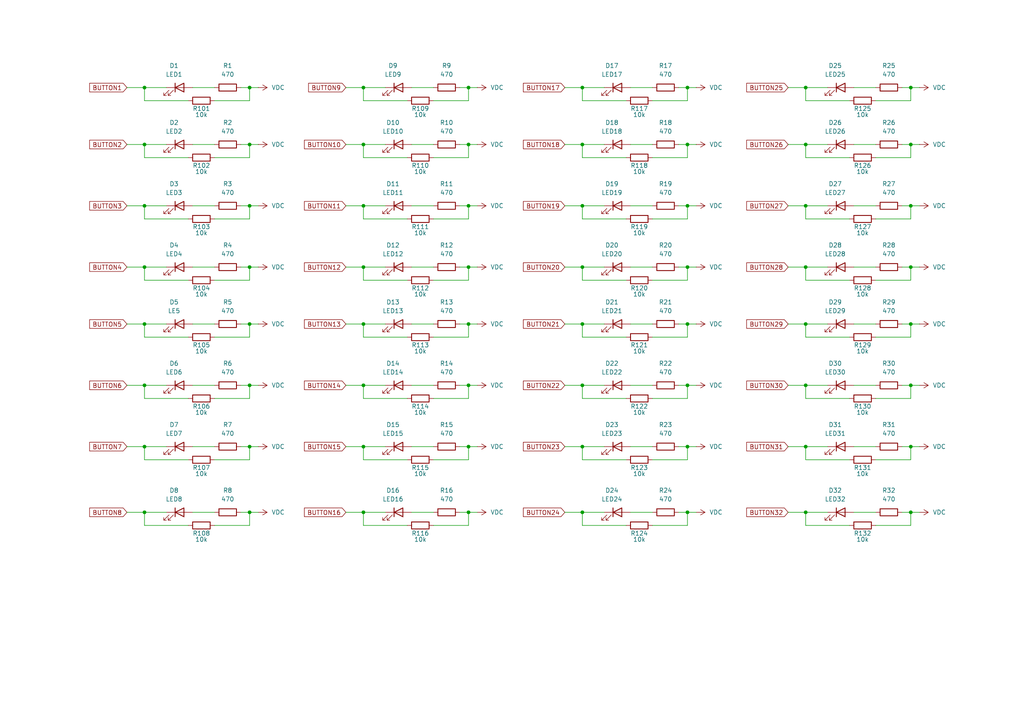
<source format=kicad_sch>
(kicad_sch (version 20250114) (generator "eeschema") (generator_version "9.0")
  (paper "A4")
  (junction (at 233.68 41.91))
  (junction (at 264.16 129.54))
  (junction (at 105.41 41.91))
  (junction (at 72.39 77.47))
  (junction (at 135.89 25.4))
  (junction (at 41.91 129.54))
  (junction (at 199.39 148.59))
  (junction (at 135.89 59.69))
  (junction (at 41.91 111.76))
  (junction (at 135.89 111.76))
  (junction (at 168.91 129.54))
  (junction (at 105.41 93.98))
  (junction (at 199.39 77.47))
  (junction (at 199.39 25.4))
  (junction (at 168.91 93.98))
  (junction (at 105.41 77.47))
  (junction (at 72.39 59.69))
  (junction (at 135.89 93.98))
  (junction (at 264.16 41.91))
  (junction (at 233.68 77.47))
  (junction (at 264.16 111.76))
  (junction (at 41.91 59.69))
  (junction (at 233.68 129.54))
  (junction (at 233.68 59.69))
  (junction (at 264.16 25.4))
  (junction (at 72.39 148.59))
  (junction (at 264.16 59.69))
  (junction (at 264.16 148.59))
  (junction (at 233.68 111.76))
  (junction (at 168.91 25.4))
  (junction (at 41.91 93.98))
  (junction (at 105.41 129.54))
  (junction (at 105.41 111.76))
  (junction (at 105.41 25.4))
  (junction (at 41.91 148.59))
  (junction (at 199.39 111.76))
  (junction (at 105.41 59.69))
  (junction (at 72.39 129.54))
  (junction (at 233.68 25.4))
  (junction (at 135.89 148.59))
  (junction (at 168.91 59.69))
  (junction (at 168.91 41.91))
  (junction (at 264.16 77.47))
  (junction (at 105.41 148.59))
  (junction (at 233.68 148.59))
  (junction (at 135.89 77.47))
  (junction (at 41.91 25.4))
  (junction (at 72.39 41.91))
  (junction (at 135.89 41.91))
  (junction (at 199.39 93.98))
  (junction (at 168.91 77.47))
  (junction (at 72.39 111.76))
  (junction (at 41.91 41.91))
  (junction (at 72.39 25.4))
  (junction (at 199.39 41.91))
  (junction (at 264.16 93.98))
  (junction (at 135.89 129.54))
  (junction (at 199.39 129.54))
  (junction (at 41.91 77.47))
  (junction (at 233.68 93.98))
  (junction (at 72.39 93.98))
  (junction (at 199.39 59.69))
  (junction (at 168.91 111.76))
  (junction (at 168.91 148.59))
  (wire (pts (xy 189.23 63.5) (xy 199.39 63.5)))
  (wire (pts (xy 254 81.28) (xy 264.16 81.28)))
  (wire (pts (xy 228.6 25.4) (xy 233.68 25.4)))
  (wire (pts (xy 254 45.72) (xy 264.16 45.72)))
  (wire (pts (xy 233.68 148.59) (xy 240.03 148.59)))
  (wire (pts (xy 264.16 63.5) (xy 264.16 59.69)))
  (wire (pts (xy 55.88 41.91) (xy 62.23 41.91)))
  (wire (pts (xy 181.61 97.79) (xy 168.91 97.79)))
  (wire (pts (xy 105.41 81.28) (xy 105.41 77.47)))
  (wire (pts (xy 135.89 63.5) (xy 135.89 59.69)))
  (wire (pts (xy 119.38 41.91) (xy 125.73 41.91)))
  (wire (pts (xy 100.33 148.59) (xy 105.41 148.59)))
  (wire (pts (xy 233.68 25.4) (xy 240.03 25.4)))
  (wire (pts (xy 199.39 115.57) (xy 199.39 111.76)))
  (wire (pts (xy 133.35 25.4) (xy 135.89 25.4)))
  (wire (pts (xy 254 29.21) (xy 264.16 29.21)))
  (wire (pts (xy 133.35 77.47) (xy 135.89 77.47)))
  (wire (pts (xy 199.39 93.98) (xy 201.93 93.98)))
  (wire (pts (xy 199.39 41.91) (xy 201.93 41.91)))
  (wire (pts (xy 168.91 152.4) (xy 168.91 148.59)))
  (wire (pts (xy 69.85 41.91) (xy 72.39 41.91)))
  (wire (pts (xy 118.11 81.28) (xy 105.41 81.28)))
  (wire (pts (xy 105.41 152.4) (xy 105.41 148.59)))
  (wire (pts (xy 69.85 93.98) (xy 72.39 93.98)))
  (wire (pts (xy 168.91 25.4) (xy 175.26 25.4)))
  (wire (pts (xy 105.41 111.76) (xy 111.76 111.76)))
  (wire (pts (xy 36.83 25.4) (xy 41.91 25.4)))
  (wire (pts (xy 168.91 45.72) (xy 168.91 41.91)))
  (wire (pts (xy 196.85 25.4) (xy 199.39 25.4)))
  (wire (pts (xy 125.73 45.72) (xy 135.89 45.72)))
  (wire (pts (xy 182.88 41.91) (xy 189.23 41.91)))
  (wire (pts (xy 199.39 81.28) (xy 199.39 77.47)))
  (wire (pts (xy 133.35 111.76) (xy 135.89 111.76)))
  (wire (pts (xy 228.6 77.47) (xy 233.68 77.47)))
  (wire (pts (xy 168.91 97.79) (xy 168.91 93.98)))
  (wire (pts (xy 199.39 59.69) (xy 201.93 59.69)))
  (wire (pts (xy 54.61 45.72) (xy 41.91 45.72)))
  (wire (pts (xy 118.11 63.5) (xy 105.41 63.5)))
  (wire (pts (xy 62.23 81.28) (xy 72.39 81.28)))
  (wire (pts (xy 246.38 133.35) (xy 233.68 133.35)))
  (wire (pts (xy 72.39 25.4) (xy 74.93 25.4)))
  (wire (pts (xy 199.39 45.72) (xy 199.39 41.91)))
  (wire (pts (xy 199.39 152.4) (xy 199.39 148.59)))
  (wire (pts (xy 233.68 63.5) (xy 233.68 59.69)))
  (wire (pts (xy 168.91 29.21) (xy 168.91 25.4)))
  (wire (pts (xy 228.6 111.76) (xy 233.68 111.76)))
  (wire (pts (xy 133.35 59.69) (xy 135.89 59.69)))
  (wire (pts (xy 72.39 115.57) (xy 72.39 111.76)))
  (wire (pts (xy 182.88 111.76) (xy 189.23 111.76)))
  (wire (pts (xy 196.85 93.98) (xy 199.39 93.98)))
  (wire (pts (xy 233.68 111.76) (xy 240.03 111.76)))
  (wire (pts (xy 246.38 115.57) (xy 233.68 115.57)))
  (wire (pts (xy 233.68 77.47) (xy 240.03 77.47)))
  (wire (pts (xy 72.39 59.69) (xy 74.93 59.69)))
  (wire (pts (xy 135.89 133.35) (xy 135.89 129.54)))
  (wire (pts (xy 261.62 93.98) (xy 264.16 93.98)))
  (wire (pts (xy 72.39 111.76) (xy 74.93 111.76)))
  (wire (pts (xy 246.38 29.21) (xy 233.68 29.21)))
  (wire (pts (xy 36.83 111.76) (xy 41.91 111.76)))
  (wire (pts (xy 55.88 111.76) (xy 62.23 111.76)))
  (wire (pts (xy 69.85 59.69) (xy 72.39 59.69)))
  (wire (pts (xy 125.73 97.79) (xy 135.89 97.79)))
  (wire (pts (xy 199.39 111.76) (xy 201.93 111.76)))
  (wire (pts (xy 62.23 29.21) (xy 72.39 29.21)))
  (wire (pts (xy 233.68 41.91) (xy 240.03 41.91)))
  (wire (pts (xy 72.39 45.72) (xy 72.39 41.91)))
  (wire (pts (xy 189.23 133.35) (xy 199.39 133.35)))
  (wire (pts (xy 246.38 97.79) (xy 233.68 97.79)))
  (wire (pts (xy 119.38 77.47) (xy 125.73 77.47)))
  (wire (pts (xy 36.83 77.47) (xy 41.91 77.47)))
  (wire (pts (xy 135.89 129.54) (xy 138.43 129.54)))
  (wire (pts (xy 135.89 59.69) (xy 138.43 59.69)))
  (wire (pts (xy 54.61 133.35) (xy 41.91 133.35)))
  (wire (pts (xy 168.91 115.57) (xy 168.91 111.76)))
  (wire (pts (xy 196.85 129.54) (xy 199.39 129.54)))
  (wire (pts (xy 247.65 129.54) (xy 254 129.54)))
  (wire (pts (xy 62.23 97.79) (xy 72.39 97.79)))
  (wire (pts (xy 72.39 129.54) (xy 74.93 129.54)))
  (wire (pts (xy 72.39 77.47) (xy 74.93 77.47)))
  (wire (pts (xy 72.39 152.4) (xy 72.39 148.59)))
  (wire (pts (xy 100.33 25.4) (xy 105.41 25.4)))
  (wire (pts (xy 62.23 152.4) (xy 72.39 152.4)))
  (wire (pts (xy 181.61 45.72) (xy 168.91 45.72)))
  (wire (pts (xy 247.65 93.98) (xy 254 93.98)))
  (wire (pts (xy 100.33 59.69) (xy 105.41 59.69)))
  (wire (pts (xy 168.91 93.98) (xy 175.26 93.98)))
  (wire (pts (xy 264.16 29.21) (xy 264.16 25.4)))
  (wire (pts (xy 163.83 129.54) (xy 168.91 129.54)))
  (wire (pts (xy 41.91 29.21) (xy 41.91 25.4)))
  (wire (pts (xy 100.33 93.98) (xy 105.41 93.98)))
  (wire (pts (xy 72.39 93.98) (xy 74.93 93.98)))
  (wire (pts (xy 199.39 29.21) (xy 199.39 25.4)))
  (wire (pts (xy 105.41 29.21) (xy 105.41 25.4)))
  (wire (pts (xy 264.16 152.4) (xy 264.16 148.59)))
  (wire (pts (xy 182.88 77.47) (xy 189.23 77.47)))
  (wire (pts (xy 264.16 59.69) (xy 266.7 59.69)))
  (wire (pts (xy 261.62 59.69) (xy 264.16 59.69)))
  (wire (pts (xy 199.39 133.35) (xy 199.39 129.54)))
  (wire (pts (xy 181.61 29.21) (xy 168.91 29.21)))
  (wire (pts (xy 105.41 77.47) (xy 111.76 77.47)))
  (wire (pts (xy 41.91 45.72) (xy 41.91 41.91)))
  (wire (pts (xy 72.39 41.91) (xy 74.93 41.91)))
  (wire (pts (xy 264.16 111.76) (xy 266.7 111.76)))
  (wire (pts (xy 118.11 133.35) (xy 105.41 133.35)))
  (wire (pts (xy 261.62 41.91) (xy 264.16 41.91)))
  (wire (pts (xy 133.35 129.54) (xy 135.89 129.54)))
  (wire (pts (xy 264.16 129.54) (xy 266.7 129.54)))
  (wire (pts (xy 118.11 97.79) (xy 105.41 97.79)))
  (wire (pts (xy 54.61 97.79) (xy 41.91 97.79)))
  (wire (pts (xy 41.91 41.91) (xy 48.26 41.91)))
  (wire (pts (xy 41.91 63.5) (xy 41.91 59.69)))
  (wire (pts (xy 247.65 77.47) (xy 254 77.47)))
  (wire (pts (xy 55.88 129.54) (xy 62.23 129.54)))
  (wire (pts (xy 105.41 41.91) (xy 111.76 41.91)))
  (wire (pts (xy 118.11 152.4) (xy 105.41 152.4)))
  (wire (pts (xy 233.68 152.4) (xy 233.68 148.59)))
  (wire (pts (xy 105.41 25.4) (xy 111.76 25.4)))
  (wire (pts (xy 72.39 97.79) (xy 72.39 93.98)))
  (wire (pts (xy 233.68 133.35) (xy 233.68 129.54)))
  (wire (pts (xy 182.88 59.69) (xy 189.23 59.69)))
  (wire (pts (xy 254 152.4) (xy 264.16 152.4)))
  (wire (pts (xy 125.73 81.28) (xy 135.89 81.28)))
  (wire (pts (xy 105.41 93.98) (xy 111.76 93.98)))
  (wire (pts (xy 264.16 77.47) (xy 266.7 77.47)))
  (wire (pts (xy 182.88 25.4) (xy 189.23 25.4)))
  (wire (pts (xy 41.91 59.69) (xy 48.26 59.69)))
  (wire (pts (xy 168.91 111.76) (xy 175.26 111.76)))
  (wire (pts (xy 196.85 77.47) (xy 199.39 77.47)))
  (wire (pts (xy 36.83 93.98) (xy 41.91 93.98)))
  (wire (pts (xy 168.91 129.54) (xy 175.26 129.54)))
  (wire (pts (xy 100.33 111.76) (xy 105.41 111.76)))
  (wire (pts (xy 163.83 148.59) (xy 168.91 148.59)))
  (wire (pts (xy 168.91 77.47) (xy 175.26 77.47)))
  (wire (pts (xy 125.73 152.4) (xy 135.89 152.4)))
  (wire (pts (xy 261.62 111.76) (xy 264.16 111.76)))
  (wire (pts (xy 163.83 41.91) (xy 168.91 41.91)))
  (wire (pts (xy 125.73 115.57) (xy 135.89 115.57)))
  (wire (pts (xy 246.38 152.4) (xy 233.68 152.4)))
  (wire (pts (xy 41.91 97.79) (xy 41.91 93.98)))
  (wire (pts (xy 69.85 111.76) (xy 72.39 111.76)))
  (wire (pts (xy 233.68 129.54) (xy 240.03 129.54)))
  (wire (pts (xy 182.88 93.98) (xy 189.23 93.98)))
  (wire (pts (xy 41.91 152.4) (xy 41.91 148.59)))
  (wire (pts (xy 105.41 129.54) (xy 111.76 129.54)))
  (wire (pts (xy 105.41 45.72) (xy 105.41 41.91)))
  (wire (pts (xy 105.41 97.79) (xy 105.41 93.98)))
  (wire (pts (xy 233.68 93.98) (xy 240.03 93.98)))
  (wire (pts (xy 168.91 59.69) (xy 175.26 59.69)))
  (wire (pts (xy 62.23 133.35) (xy 72.39 133.35)))
  (wire (pts (xy 105.41 148.59) (xy 111.76 148.59)))
  (wire (pts (xy 247.65 59.69) (xy 254 59.69)))
  (wire (pts (xy 228.6 59.69) (xy 233.68 59.69)))
  (wire (pts (xy 36.83 148.59) (xy 41.91 148.59)))
  (wire (pts (xy 181.61 81.28) (xy 168.91 81.28)))
  (wire (pts (xy 55.88 93.98) (xy 62.23 93.98)))
  (wire (pts (xy 125.73 133.35) (xy 135.89 133.35)))
  (wire (pts (xy 69.85 77.47) (xy 72.39 77.47)))
  (wire (pts (xy 163.83 25.4) (xy 168.91 25.4)))
  (wire (pts (xy 233.68 29.21) (xy 233.68 25.4)))
  (wire (pts (xy 168.91 41.91) (xy 175.26 41.91)))
  (wire (pts (xy 125.73 29.21) (xy 135.89 29.21)))
  (wire (pts (xy 264.16 148.59) (xy 266.7 148.59)))
  (wire (pts (xy 254 63.5) (xy 264.16 63.5)))
  (wire (pts (xy 100.33 77.47) (xy 105.41 77.47)))
  (wire (pts (xy 254 133.35) (xy 264.16 133.35)))
  (wire (pts (xy 196.85 148.59) (xy 199.39 148.59)))
  (wire (pts (xy 118.11 29.21) (xy 105.41 29.21)))
  (wire (pts (xy 54.61 63.5) (xy 41.91 63.5)))
  (wire (pts (xy 181.61 152.4) (xy 168.91 152.4)))
  (wire (pts (xy 189.23 115.57) (xy 199.39 115.57)))
  (wire (pts (xy 199.39 25.4) (xy 201.93 25.4)))
  (wire (pts (xy 182.88 129.54) (xy 189.23 129.54)))
  (wire (pts (xy 199.39 97.79) (xy 199.39 93.98)))
  (wire (pts (xy 228.6 41.91) (xy 233.68 41.91)))
  (wire (pts (xy 72.39 63.5) (xy 72.39 59.69)))
  (wire (pts (xy 62.23 45.72) (xy 72.39 45.72)))
  (wire (pts (xy 264.16 25.4) (xy 266.7 25.4)))
  (wire (pts (xy 261.62 129.54) (xy 264.16 129.54)))
  (wire (pts (xy 233.68 81.28) (xy 233.68 77.47)))
  (wire (pts (xy 189.23 81.28) (xy 199.39 81.28)))
  (wire (pts (xy 135.89 81.28) (xy 135.89 77.47)))
  (wire (pts (xy 135.89 45.72) (xy 135.89 41.91)))
  (wire (pts (xy 135.89 77.47) (xy 138.43 77.47)))
  (wire (pts (xy 72.39 133.35) (xy 72.39 129.54)))
  (wire (pts (xy 181.61 63.5) (xy 168.91 63.5)))
  (wire (pts (xy 133.35 93.98) (xy 135.89 93.98)))
  (wire (pts (xy 100.33 41.91) (xy 105.41 41.91)))
  (wire (pts (xy 182.88 148.59) (xy 189.23 148.59)))
  (wire (pts (xy 135.89 29.21) (xy 135.89 25.4)))
  (wire (pts (xy 41.91 81.28) (xy 41.91 77.47)))
  (wire (pts (xy 264.16 81.28) (xy 264.16 77.47)))
  (wire (pts (xy 196.85 59.69) (xy 199.39 59.69)))
  (wire (pts (xy 41.91 111.76) (xy 48.26 111.76)))
  (wire (pts (xy 261.62 148.59) (xy 264.16 148.59)))
  (wire (pts (xy 228.6 129.54) (xy 233.68 129.54)))
  (wire (pts (xy 264.16 133.35) (xy 264.16 129.54)))
  (wire (pts (xy 247.65 41.91) (xy 254 41.91)))
  (wire (pts (xy 119.38 148.59) (xy 125.73 148.59)))
  (wire (pts (xy 69.85 25.4) (xy 72.39 25.4)))
  (wire (pts (xy 163.83 59.69) (xy 168.91 59.69)))
  (wire (pts (xy 135.89 25.4) (xy 138.43 25.4)))
  (wire (pts (xy 72.39 29.21) (xy 72.39 25.4)))
  (wire (pts (xy 133.35 41.91) (xy 135.89 41.91)))
  (wire (pts (xy 36.83 129.54) (xy 41.91 129.54)))
  (wire (pts (xy 189.23 152.4) (xy 199.39 152.4)))
  (wire (pts (xy 54.61 29.21) (xy 41.91 29.21)))
  (wire (pts (xy 119.38 129.54) (xy 125.73 129.54)))
  (wire (pts (xy 196.85 111.76) (xy 199.39 111.76)))
  (wire (pts (xy 246.38 63.5) (xy 233.68 63.5)))
  (wire (pts (xy 62.23 63.5) (xy 72.39 63.5)))
  (wire (pts (xy 72.39 148.59) (xy 74.93 148.59)))
  (wire (pts (xy 36.83 59.69) (xy 41.91 59.69)))
  (wire (pts (xy 41.91 93.98) (xy 48.26 93.98)))
  (wire (pts (xy 254 97.79) (xy 264.16 97.79)))
  (wire (pts (xy 135.89 115.57) (xy 135.89 111.76)))
  (wire (pts (xy 228.6 93.98) (xy 233.68 93.98)))
  (wire (pts (xy 55.88 148.59) (xy 62.23 148.59)))
  (wire (pts (xy 125.73 63.5) (xy 135.89 63.5)))
  (wire (pts (xy 199.39 63.5) (xy 199.39 59.69)))
  (wire (pts (xy 189.23 29.21) (xy 199.39 29.21)))
  (wire (pts (xy 135.89 93.98) (xy 138.43 93.98)))
  (wire (pts (xy 199.39 129.54) (xy 201.93 129.54)))
  (wire (pts (xy 41.91 25.4) (xy 48.26 25.4)))
  (wire (pts (xy 264.16 45.72) (xy 264.16 41.91)))
  (wire (pts (xy 55.88 59.69) (xy 62.23 59.69)))
  (wire (pts (xy 55.88 25.4) (xy 62.23 25.4)))
  (wire (pts (xy 261.62 25.4) (xy 264.16 25.4)))
  (wire (pts (xy 247.65 25.4) (xy 254 25.4)))
  (wire (pts (xy 254 115.57) (xy 264.16 115.57)))
  (wire (pts (xy 100.33 129.54) (xy 105.41 129.54)))
  (wire (pts (xy 181.61 133.35) (xy 168.91 133.35)))
  (wire (pts (xy 168.91 133.35) (xy 168.91 129.54)))
  (wire (pts (xy 41.91 115.57) (xy 41.91 111.76)))
  (wire (pts (xy 135.89 152.4) (xy 135.89 148.59)))
  (wire (pts (xy 247.65 148.59) (xy 254 148.59)))
  (wire (pts (xy 36.83 41.91) (xy 41.91 41.91)))
  (wire (pts (xy 163.83 77.47) (xy 168.91 77.47)))
  (wire (pts (xy 105.41 133.35) (xy 105.41 129.54)))
  (wire (pts (xy 264.16 97.79) (xy 264.16 93.98)))
  (wire (pts (xy 264.16 115.57) (xy 264.16 111.76)))
  (wire (pts (xy 118.11 45.72) (xy 105.41 45.72)))
  (wire (pts (xy 55.88 77.47) (xy 62.23 77.47)))
  (wire (pts (xy 196.85 41.91) (xy 199.39 41.91)))
  (wire (pts (xy 163.83 93.98) (xy 168.91 93.98)))
  (wire (pts (xy 54.61 152.4) (xy 41.91 152.4)))
  (wire (pts (xy 135.89 41.91) (xy 138.43 41.91)))
  (wire (pts (xy 119.38 111.76) (xy 125.73 111.76)))
  (wire (pts (xy 41.91 148.59) (xy 48.26 148.59)))
  (wire (pts (xy 233.68 97.79) (xy 233.68 93.98)))
  (wire (pts (xy 119.38 25.4) (xy 125.73 25.4)))
  (wire (pts (xy 41.91 129.54) (xy 48.26 129.54)))
  (wire (pts (xy 135.89 111.76) (xy 138.43 111.76)))
  (wire (pts (xy 135.89 148.59) (xy 138.43 148.59)))
  (wire (pts (xy 199.39 77.47) (xy 201.93 77.47)))
  (wire (pts (xy 168.91 63.5) (xy 168.91 59.69)))
  (wire (pts (xy 105.41 63.5) (xy 105.41 59.69)))
  (wire (pts (xy 246.38 81.28) (xy 233.68 81.28)))
  (wire (pts (xy 54.61 81.28) (xy 41.91 81.28)))
  (wire (pts (xy 181.61 115.57) (xy 168.91 115.57)))
  (wire (pts (xy 69.85 129.54) (xy 72.39 129.54)))
  (wire (pts (xy 264.16 41.91) (xy 266.7 41.91)))
  (wire (pts (xy 119.38 59.69) (xy 125.73 59.69)))
  (wire (pts (xy 62.23 115.57) (xy 72.39 115.57)))
  (wire (pts (xy 41.91 77.47) (xy 48.26 77.47)))
  (wire (pts (xy 72.39 81.28) (xy 72.39 77.47)))
  (wire (pts (xy 163.83 111.76) (xy 168.91 111.76)))
  (wire (pts (xy 199.39 148.59) (xy 201.93 148.59)))
  (wire (pts (xy 41.91 133.35) (xy 41.91 129.54)))
  (wire (pts (xy 264.16 93.98) (xy 266.7 93.98)))
  (wire (pts (xy 233.68 45.72) (xy 233.68 41.91)))
  (wire (pts (xy 133.35 148.59) (xy 135.89 148.59)))
  (wire (pts (xy 135.89 97.79) (xy 135.89 93.98)))
  (wire (pts (xy 168.91 81.28) (xy 168.91 77.47)))
  (wire (pts (xy 119.38 93.98) (xy 125.73 93.98)))
  (wire (pts (xy 189.23 97.79) (xy 199.39 97.79)))
  (wire (pts (xy 168.91 148.59) (xy 175.26 148.59)))
  (wire (pts (xy 118.11 115.57) (xy 105.41 115.57)))
  (wire (pts (xy 261.62 77.47) (xy 264.16 77.47)))
  (wire (pts (xy 189.23 45.72) (xy 199.39 45.72)))
  (wire (pts (xy 233.68 115.57) (xy 233.68 111.76)))
  (wire (pts (xy 247.65 111.76) (xy 254 111.76)))
  (wire (pts (xy 228.6 148.59) (xy 233.68 148.59)))
  (wire (pts (xy 69.85 148.59) (xy 72.39 148.59)))
  (wire (pts (xy 246.38 45.72) (xy 233.68 45.72)))
  (wire (pts (xy 105.41 115.57) (xy 105.41 111.76)))
  (wire (pts (xy 233.68 59.69) (xy 240.03 59.69)))
  (wire (pts (xy 105.41 59.69) (xy 111.76 59.69)))
  (wire (pts (xy 54.61 115.57) (xy 41.91 115.57)))
  (global_label "BUTTON16" (shape input) (at 100.33 148.59 180) (property "Intersheetrefs" "${INTERSHEET_REFS}" (effects (hide yes))))
  (global_label "BUTTON32" (shape input) (at 228.6 148.59 180) (property "Intersheetrefs" "${INTERSHEET_REFS}" (effects (hide yes))))
  (global_label "BUTTON19" (shape input) (at 163.83 59.69 180) (property "Intersheetrefs" "${INTERSHEET_REFS}" (effects (hide yes))))
  (global_label "BUTTON2" (shape input) (at 36.83 41.91 180) (property "Intersheetrefs" "${INTERSHEET_REFS}" (effects (hide yes))))
  (global_label "BUTTON9" (shape input) (at 100.33 25.4 180) (property "Intersheetrefs" "${INTERSHEET_REFS}" (effects (hide yes))))
  (global_label "BUTTON18" (shape input) (at 163.83 41.91 180) (property "Intersheetrefs" "${INTERSHEET_REFS}" (effects (hide yes))))
  (global_label "BUTTON6" (shape input) (at 36.83 111.76 180) (property "Intersheetrefs" "${INTERSHEET_REFS}" (effects (hide yes))))
  (global_label "BUTTON4" (shape input) (at 36.83 77.47 180) (property "Intersheetrefs" "${INTERSHEET_REFS}" (effects (hide yes))))
  (global_label "BUTTON1" (shape input) (at 36.83 25.4 180) (property "Intersheetrefs" "${INTERSHEET_REFS}" (effects (hide yes))))
  (global_label "BUTTON17" (shape input) (at 163.83 25.4 180) (property "Intersheetrefs" "${INTERSHEET_REFS}" (effects (hide yes))))
  (global_label "BUTTON21" (shape input) (at 163.83 93.98 180) (property "Intersheetrefs" "${INTERSHEET_REFS}" (effects (hide yes))))
  (global_label "BUTTON24" (shape input) (at 163.83 148.59 180) (property "Intersheetrefs" "${INTERSHEET_REFS}" (effects (hide yes))))
  (global_label "BUTTON3" (shape input) (at 36.83 59.69 180) (property "Intersheetrefs" "${INTERSHEET_REFS}" (effects (hide yes))))
  (global_label "BUTTON29" (shape input) (at 228.6 93.98 180) (property "Intersheetrefs" "${INTERSHEET_REFS}" (effects (hide yes))))
  (global_label "BUTTON14" (shape input) (at 100.33 111.76 180) (property "Intersheetrefs" "${INTERSHEET_REFS}" (effects (hide yes))))
  (global_label "BUTTON31" (shape input) (at 228.6 129.54 180) (property "Intersheetrefs" "${INTERSHEET_REFS}" (effects (hide yes))))
  (global_label "BUTTON5" (shape input) (at 36.83 93.98 180) (property "Intersheetrefs" "${INTERSHEET_REFS}" (effects (hide yes))))
  (global_label "BUTTON11" (shape input) (at 100.33 59.69 180) (property "Intersheetrefs" "${INTERSHEET_REFS}" (effects (hide yes))))
  (global_label "BUTTON30" (shape input) (at 228.6 111.76 180) (property "Intersheetrefs" "${INTERSHEET_REFS}" (effects (hide yes))))
  (global_label "BUTTON27" (shape input) (at 228.6 59.69 180) (property "Intersheetrefs" "${INTERSHEET_REFS}" (effects (hide yes))))
  (global_label "BUTTON22" (shape input) (at 163.83 111.76 180) (property "Intersheetrefs" "${INTERSHEET_REFS}" (effects (hide yes))))
  (global_label "BUTTON12" (shape input) (at 100.33 77.47 180) (property "Intersheetrefs" "${INTERSHEET_REFS}" (effects (hide yes))))
  (global_label "BUTTON20" (shape input) (at 163.83 77.47 180) (property "Intersheetrefs" "${INTERSHEET_REFS}" (effects (hide yes))))
  (global_label "BUTTON25" (shape input) (at 228.6 25.4 180) (property "Intersheetrefs" "${INTERSHEET_REFS}" (effects (hide yes))))
  (global_label "BUTTON23" (shape input) (at 163.83 129.54 180) (property "Intersheetrefs" "${INTERSHEET_REFS}" (effects (hide yes))))
  (global_label "BUTTON10" (shape input) (at 100.33 41.91 180) (property "Intersheetrefs" "${INTERSHEET_REFS}" (effects (hide yes))))
  (global_label "BUTTON7" (shape input) (at 36.83 129.54 180) (property "Intersheetrefs" "${INTERSHEET_REFS}" (effects (hide yes))))
  (global_label "BUTTON26" (shape input) (at 228.6 41.91 180) (property "Intersheetrefs" "${INTERSHEET_REFS}" (effects (hide yes))))
  (global_label "BUTTON28" (shape input) (at 228.6 77.47 180) (property "Intersheetrefs" "${INTERSHEET_REFS}" (effects (hide yes))))
  (global_label "BUTTON13" (shape input) (at 100.33 93.98 180) (property "Intersheetrefs" "${INTERSHEET_REFS}" (effects (hide yes))))
  (global_label "BUTTON8" (shape input) (at 36.83 148.59 180) (property "Intersheetrefs" "${INTERSHEET_REFS}" (effects (hide yes))))
  (global_label "BUTTON15" (shape input) (at 100.33 129.54 180) (property "Intersheetrefs" "${INTERSHEET_REFS}" (effects (hide yes))))
  (symbol (lib_id "power:VDC") (at 201.93 111.76 270) (unit 1)
    (property "Reference" "#PWR051" (effects (hide yes)))
    (property "Value" "VDC" (at 205.74 111.7599 90) (effects (justify left)))
    (property "Description" "Power symbol creates a global label with name \"VDC\"" (effects (hide yes)))
  )
  (symbol (lib_id "Device:LED") (at 52.07 59.69 0) (unit 1)
    (property "Reference" "D3" (at 50.4825 53.34 0))
    (property "Value" "LED3" (at 50.4825 55.88 0))
    (property "Footprint" "LED_SMD:LED_0402_1005Metric" (effects (hide yes)))
    (property "Description" "Light emitting diode" (effects (hide yes)))
    (property "LCSC" "C130722" (effects (hide yes)))
  )
  (symbol (lib_id "power:VDC") (at 74.93 148.59 270) (unit 1)
    (property "Reference" "#PWR037" (effects (hide yes)))
    (property "Value" "VDC" (at 78.74 148.5899 90) (effects (justify left)))
    (property "Description" "Power symbol creates a global label with name \"VDC\"" (effects (hide yes)))
  )
  (symbol (lib_id "Device:R") (at 121.92 63.5 90) (mirror x) (unit 1)
    (property "Reference" "R111" (at 121.92 65.786 90))
    (property "Value" "10k" (at 121.92 67.564 90))
    (property "Footprint" "Resistor_SMD:R_0402_1005Metric" (effects (hide yes)))
    (property "Description" "Resistor" (effects (hide yes)))
    (property "LCSC" "C25744" (effects (hide yes)))
  )
  (symbol (lib_id "power:VDC") (at 266.7 41.91 270) (unit 1)
    (property "Reference" "#PWR055" (effects (hide yes)))
    (property "Value" "VDC" (at 270.51 41.9099 90) (effects (justify left)))
    (property "Description" "Power symbol creates a global label with name \"VDC\"" (effects (hide yes)))
  )
  (symbol (lib_id "power:VDC") (at 201.93 93.98 270) (unit 1)
    (property "Reference" "#PWR050" (effects (hide yes)))
    (property "Value" "VDC" (at 205.74 93.9799 90) (effects (justify left)))
    (property "Description" "Power symbol creates a global label with name \"VDC\"" (effects (hide yes)))
  )
  (symbol (lib_id "Device:LED") (at 243.84 41.91 0) (unit 1)
    (property "Reference" "D26" (at 242.2525 35.56 0))
    (property "Value" "LED26" (at 242.2525 38.1 0))
    (property "Footprint" "LED_SMD:LED_0402_1005Metric" (effects (hide yes)))
    (property "Description" "Light emitting diode" (effects (hide yes)))
    (property "LCSC" "C130722" (effects (hide yes)))
  )
  (symbol (lib_id "Device:R") (at 185.42 115.57 90) (mirror x) (unit 1)
    (property "Reference" "R122" (at 185.42 117.856 90))
    (property "Value" "10k" (at 185.42 119.634 90))
    (property "Footprint" "Resistor_SMD:R_0402_1005Metric" (effects (hide yes)))
    (property "Description" "Resistor" (effects (hide yes)))
    (property "LCSC" "C25744" (effects (hide yes)))
  )
  (symbol (lib_id "Device:R") (at 185.42 81.28 90) (mirror x) (unit 1)
    (property "Reference" "R120" (at 185.42 83.566 90))
    (property "Value" "10k" (at 185.42 85.344 90))
    (property "Footprint" "Resistor_SMD:R_0402_1005Metric" (effects (hide yes)))
    (property "Description" "Resistor" (effects (hide yes)))
    (property "LCSC" "C25744" (effects (hide yes)))
  )
  (symbol (lib_id "Device:R") (at 193.04 77.47 90) (unit 1)
    (property "Reference" "R20" (at 193.04 71.12 90))
    (property "Value" "470" (at 193.04 73.66 90))
    (property "Footprint" "Resistor_SMD:R_0402_1005Metric" (effects (hide yes)))
    (property "Description" "Resistor" (effects (hide yes)))
    (property "LCSC" "C25117" (effects (hide yes)))
  )
  (symbol (lib_id "Device:R") (at 66.04 77.47 90) (unit 1)
    (property "Reference" "R4" (at 66.04 71.12 90))
    (property "Value" "470" (at 66.04 73.66 90))
    (property "Footprint" "Resistor_SMD:R_0402_1005Metric" (effects (hide yes)))
    (property "Description" "Resistor" (effects (hide yes)))
    (property "LCSC" "C25117" (effects (hide yes)))
  )
  (symbol (lib_id "Device:R") (at 250.19 29.21 90) (mirror x) (unit 1)
    (property "Reference" "R125" (at 250.19 31.496 90))
    (property "Value" "10k" (at 250.19 33.274 90))
    (property "Footprint" "Resistor_SMD:R_0402_1005Metric" (effects (hide yes)))
    (property "Description" "Resistor" (effects (hide yes)))
    (property "LCSC" "C25744" (effects (hide yes)))
  )
  (symbol (lib_id "power:VDC") (at 74.93 129.54 270) (unit 1)
    (property "Reference" "#PWR036" (effects (hide yes)))
    (property "Value" "VDC" (at 78.74 129.5399 90) (effects (justify left)))
    (property "Description" "Power symbol creates a global label with name \"VDC\"" (effects (hide yes)))
  )
  (symbol (lib_id "Device:LED") (at 52.07 77.47 0) (unit 1)
    (property "Reference" "D4" (at 50.4825 71.12 0))
    (property "Value" "LED4" (at 50.4825 73.66 0))
    (property "Footprint" "LED_SMD:LED_0402_1005Metric" (effects (hide yes)))
    (property "Description" "Light emitting diode" (effects (hide yes)))
    (property "LCSC" "C130722" (effects (hide yes)))
  )
  (symbol (lib_id "power:VDC") (at 138.43 111.76 270) (unit 1)
    (property "Reference" "#PWR043" (effects (hide yes)))
    (property "Value" "VDC" (at 142.24 111.7599 90) (effects (justify left)))
    (property "Description" "Power symbol creates a global label with name \"VDC\"" (effects (hide yes)))
  )
  (symbol (lib_id "Device:R") (at 185.42 133.35 90) (mirror x) (unit 1)
    (property "Reference" "R123" (at 185.42 135.636 90))
    (property "Value" "10k" (at 185.42 137.414 90))
    (property "Footprint" "Resistor_SMD:R_0402_1005Metric" (effects (hide yes)))
    (property "Description" "Resistor" (effects (hide yes)))
    (property "LCSC" "C25744" (effects (hide yes)))
  )
  (symbol (lib_id "Device:LED") (at 115.57 41.91 0) (unit 1)
    (property "Reference" "D10" (at 113.9825 35.56 0))
    (property "Value" "LED10" (at 113.9825 38.1 0))
    (property "Footprint" "LED_SMD:LED_0402_1005Metric" (effects (hide yes)))
    (property "Description" "Light emitting diode" (effects (hide yes)))
    (property "LCSC" "C130722" (effects (hide yes)))
  )
  (symbol (lib_id "Device:LED") (at 52.07 129.54 0) (unit 1)
    (property "Reference" "D7" (at 50.4825 123.19 0))
    (property "Value" "LED7" (at 50.4825 125.73 0))
    (property "Footprint" "LED_SMD:LED_0402_1005Metric" (effects (hide yes)))
    (property "Description" "Light emitting diode" (effects (hide yes)))
    (property "LCSC" "C130722" (effects (hide yes)))
  )
  (symbol (lib_id "Device:R") (at 129.54 77.47 90) (unit 1)
    (property "Reference" "R12" (at 129.54 71.12 90))
    (property "Value" "470" (at 129.54 73.66 90))
    (property "Footprint" "Resistor_SMD:R_0402_1005Metric" (effects (hide yes)))
    (property "Description" "Resistor" (effects (hide yes)))
    (property "LCSC" "C25117" (effects (hide yes)))
  )
  (symbol (lib_id "Device:R") (at 66.04 59.69 90) (unit 1)
    (property "Reference" "R3" (at 66.04 53.34 90))
    (property "Value" "470" (at 66.04 55.88 90))
    (property "Footprint" "Resistor_SMD:R_0402_1005Metric" (effects (hide yes)))
    (property "Description" "Resistor" (effects (hide yes)))
    (property "LCSC" "C25117" (effects (hide yes)))
  )
  (symbol (lib_id "Device:R") (at 129.54 148.59 90) (unit 1)
    (property "Reference" "R16" (at 129.54 142.24 90))
    (property "Value" "470" (at 129.54 144.78 90))
    (property "Footprint" "Resistor_SMD:R_0402_1005Metric" (effects (hide yes)))
    (property "Description" "Resistor" (effects (hide yes)))
    (property "LCSC" "C25117" (effects (hide yes)))
  )
  (symbol (lib_id "Device:R") (at 129.54 59.69 90) (unit 1)
    (property "Reference" "R11" (at 129.54 53.34 90))
    (property "Value" "470" (at 129.54 55.88 90))
    (property "Footprint" "Resistor_SMD:R_0402_1005Metric" (effects (hide yes)))
    (property "Description" "Resistor" (effects (hide yes)))
    (property "LCSC" "C25117" (effects (hide yes)))
  )
  (symbol (lib_id "power:VDC") (at 266.7 77.47 270) (unit 1)
    (property "Reference" "#PWR057" (effects (hide yes)))
    (property "Value" "VDC" (at 270.51 77.4699 90) (effects (justify left)))
    (property "Description" "Power symbol creates a global label with name \"VDC\"" (effects (hide yes)))
  )
  (symbol (lib_id "Device:R") (at 121.92 81.28 90) (mirror x) (unit 1)
    (property "Reference" "R112" (at 121.92 83.566 90))
    (property "Value" "10k" (at 121.92 85.344 90))
    (property "Footprint" "Resistor_SMD:R_0402_1005Metric" (effects (hide yes)))
    (property "Description" "Resistor" (effects (hide yes)))
    (property "LCSC" "C25744" (effects (hide yes)))
  )
  (symbol (lib_id "Device:LED") (at 52.07 41.91 0) (unit 1)
    (property "Reference" "D2" (at 50.4825 35.56 0))
    (property "Value" "LED2" (at 50.4825 38.1 0))
    (property "Footprint" "LED_SMD:LED_0402_1005Metric" (effects (hide yes)))
    (property "Description" "Light emitting diode" (effects (hide yes)))
    (property "LCSC" "C130722" (effects (hide yes)))
  )
  (symbol (lib_id "Device:LED") (at 115.57 129.54 0) (unit 1)
    (property "Reference" "D15" (at 113.9825 123.19 0))
    (property "Value" "LED15" (at 113.9825 125.73 0))
    (property "Footprint" "LED_SMD:LED_0402_1005Metric" (effects (hide yes)))
    (property "Description" "Light emitting diode" (effects (hide yes)))
    (property "LCSC" "C130722" (effects (hide yes)))
  )
  (symbol (lib_id "Device:R") (at 257.81 148.59 90) (unit 1)
    (property "Reference" "R32" (at 257.81 142.24 90))
    (property "Value" "470" (at 257.81 144.78 90))
    (property "Footprint" "Resistor_SMD:R_0402_1005Metric" (effects (hide yes)))
    (property "Description" "Resistor" (effects (hide yes)))
    (property "LCSC" "C25117" (effects (hide yes)))
  )
  (symbol (lib_id "Device:R") (at 58.42 63.5 90) (mirror x) (unit 1)
    (property "Reference" "R103" (at 58.42 65.786 90))
    (property "Value" "10k" (at 58.42 67.564 90))
    (property "Footprint" "Resistor_SMD:R_0402_1005Metric" (effects (hide yes)))
    (property "Description" "Resistor" (effects (hide yes)))
    (property "LCSC" "C25744" (effects (hide yes)))
  )
  (symbol (lib_id "Device:LED") (at 52.07 25.4 0) (unit 1)
    (property "Reference" "D1" (at 50.4825 19.05 0))
    (property "Value" "LED1" (at 50.4825 21.59 0))
    (property "Footprint" "LED_SMD:LED_0402_1005Metric" (effects (hide yes)))
    (property "Description" "Light emitting diode" (effects (hide yes)))
    (property "LCSC" "C130722" (effects (hide yes)))
  )
  (symbol (lib_id "Device:R") (at 58.42 97.79 90) (mirror x) (unit 1)
    (property "Reference" "R105" (at 58.42 100.076 90))
    (property "Value" "10k" (at 58.42 101.854 90))
    (property "Footprint" "Resistor_SMD:R_0402_1005Metric" (effects (hide yes)))
    (property "Description" "Resistor" (effects (hide yes)))
    (property "LCSC" "C25744" (effects (hide yes)))
  )
  (symbol (lib_id "Device:LED") (at 52.07 148.59 0) (unit 1)
    (property "Reference" "D8" (at 50.4825 142.24 0))
    (property "Value" "LED8" (at 50.4825 144.78 0))
    (property "Footprint" "LED_SMD:LED_0402_1005Metric" (effects (hide yes)))
    (property "Description" "Light emitting diode" (effects (hide yes)))
    (property "LCSC" "C130722" (effects (hide yes)))
  )
  (symbol (lib_id "power:VDC") (at 266.7 148.59 270) (unit 1)
    (property "Reference" "#PWR061" (effects (hide yes)))
    (property "Value" "VDC" (at 270.51 148.5899 90) (effects (justify left)))
    (property "Description" "Power symbol creates a global label with name \"VDC\"" (effects (hide yes)))
  )
  (symbol (lib_id "Device:LED") (at 52.07 111.76 0) (unit 1)
    (property "Reference" "D6" (at 50.4825 105.41 0))
    (property "Value" "LED6" (at 50.4825 107.95 0))
    (property "Footprint" "LED_SMD:LED_0402_1005Metric" (effects (hide yes)))
    (property "Description" "Light emitting diode" (effects (hide yes)))
    (property "LCSC" "C130722" (effects (hide yes)))
  )
  (symbol (lib_id "Device:LED") (at 115.57 93.98 0) (unit 1)
    (property "Reference" "D13" (at 113.9825 87.63 0))
    (property "Value" "LED13" (at 113.9825 90.17 0))
    (property "Footprint" "LED_SMD:LED_0402_1005Metric" (effects (hide yes)))
    (property "Description" "Light emitting diode" (effects (hide yes)))
    (property "LCSC" "C130722" (effects (hide yes)))
  )
  (symbol (lib_id "Device:R") (at 185.42 97.79 90) (mirror x) (unit 1)
    (property "Reference" "R121" (at 185.42 100.076 90))
    (property "Value" "10k" (at 185.42 101.854 90))
    (property "Footprint" "Resistor_SMD:R_0402_1005Metric" (effects (hide yes)))
    (property "Description" "Resistor" (effects (hide yes)))
    (property "LCSC" "C25744" (effects (hide yes)))
  )
  (symbol (lib_id "power:VDC") (at 138.43 129.54 270) (unit 1)
    (property "Reference" "#PWR044" (effects (hide yes)))
    (property "Value" "VDC" (at 142.24 129.5399 90) (effects (justify left)))
    (property "Description" "Power symbol creates a global label with name \"VDC\"" (effects (hide yes)))
  )
  (symbol (lib_id "power:VDC") (at 74.93 59.69 270) (unit 1)
    (property "Reference" "#PWR032" (effects (hide yes)))
    (property "Value" "VDC" (at 78.74 59.6899 90) (effects (justify left)))
    (property "Description" "Power symbol creates a global label with name \"VDC\"" (effects (hide yes)))
  )
  (symbol (lib_id "power:VDC") (at 266.7 25.4 270) (unit 1)
    (property "Reference" "#PWR054" (effects (hide yes)))
    (property "Value" "VDC" (at 270.51 25.3999 90) (effects (justify left)))
    (property "Description" "Power symbol creates a global label with name \"VDC\"" (effects (hide yes)))
  )
  (symbol (lib_id "Device:R") (at 121.92 45.72 90) (mirror x) (unit 1)
    (property "Reference" "R110" (at 121.92 48.006 90))
    (property "Value" "10k" (at 121.92 49.784 90))
    (property "Footprint" "Resistor_SMD:R_0402_1005Metric" (effects (hide yes)))
    (property "Description" "Resistor" (effects (hide yes)))
    (property "LCSC" "C25744" (effects (hide yes)))
  )
  (symbol (lib_id "Device:R") (at 58.42 115.57 90) (mirror x) (unit 1)
    (property "Reference" "R106" (at 58.42 117.856 90))
    (property "Value" "10k" (at 58.42 119.634 90))
    (property "Footprint" "Resistor_SMD:R_0402_1005Metric" (effects (hide yes)))
    (property "Description" "Resistor" (effects (hide yes)))
    (property "LCSC" "C25744" (effects (hide yes)))
  )
  (symbol (lib_id "Device:R") (at 129.54 41.91 90) (unit 1)
    (property "Reference" "R10" (at 129.54 35.56 90))
    (property "Value" "470" (at 129.54 38.1 90))
    (property "Footprint" "Resistor_SMD:R_0402_1005Metric" (effects (hide yes)))
    (property "Description" "Resistor" (effects (hide yes)))
    (property "LCSC" "C25117" (effects (hide yes)))
  )
  (symbol (lib_id "Device:LED") (at 243.84 25.4 0) (unit 1)
    (property "Reference" "D25" (at 242.2525 19.05 0))
    (property "Value" "LED25" (at 242.2525 21.59 0))
    (property "Footprint" "LED_SMD:LED_0402_1005Metric" (effects (hide yes)))
    (property "Description" "Light emitting diode" (effects (hide yes)))
    (property "LCSC" "C130722" (effects (hide yes)))
  )
  (symbol (lib_id "Device:LED") (at 115.57 77.47 0) (unit 1)
    (property "Reference" "D12" (at 113.9825 71.12 0))
    (property "Value" "LED12" (at 113.9825 73.66 0))
    (property "Footprint" "LED_SMD:LED_0402_1005Metric" (effects (hide yes)))
    (property "Description" "Light emitting diode" (effects (hide yes)))
    (property "LCSC" "C130722" (effects (hide yes)))
  )
  (symbol (lib_id "Device:R") (at 58.42 133.35 90) (mirror x) (unit 1)
    (property "Reference" "R107" (at 58.42 135.636 90))
    (property "Value" "10k" (at 58.42 137.414 90))
    (property "Footprint" "Resistor_SMD:R_0402_1005Metric" (effects (hide yes)))
    (property "Description" "Resistor" (effects (hide yes)))
    (property "LCSC" "C25744" (effects (hide yes)))
  )
  (symbol (lib_id "Device:LED") (at 243.84 59.69 0) (unit 1)
    (property "Reference" "D27" (at 242.2525 53.34 0))
    (property "Value" "LED27" (at 242.2525 55.88 0))
    (property "Footprint" "LED_SMD:LED_0402_1005Metric" (effects (hide yes)))
    (property "Description" "Light emitting diode" (effects (hide yes)))
    (property "LCSC" "C130722" (effects (hide yes)))
  )
  (symbol (lib_id "Device:R") (at 250.19 63.5 90) (mirror x) (unit 1)
    (property "Reference" "R127" (at 250.19 65.786 90))
    (property "Value" "10k" (at 250.19 67.564 90))
    (property "Footprint" "Resistor_SMD:R_0402_1005Metric" (effects (hide yes)))
    (property "Description" "Resistor" (effects (hide yes)))
    (property "LCSC" "C25744" (effects (hide yes)))
  )
  (symbol (lib_id "Device:R") (at 66.04 148.59 90) (unit 1)
    (property "Reference" "R8" (at 66.04 142.24 90))
    (property "Value" "470" (at 66.04 144.78 90))
    (property "Footprint" "Resistor_SMD:R_0402_1005Metric" (effects (hide yes)))
    (property "Description" "Resistor" (effects (hide yes)))
    (property "LCSC" "C25117" (effects (hide yes)))
  )
  (symbol (lib_id "Device:R") (at 193.04 148.59 90) (unit 1)
    (property "Reference" "R24" (at 193.04 142.24 90))
    (property "Value" "470" (at 193.04 144.78 90))
    (property "Footprint" "Resistor_SMD:R_0402_1005Metric" (effects (hide yes)))
    (property "Description" "Resistor" (effects (hide yes)))
    (property "LCSC" "C25117" (effects (hide yes)))
  )
  (symbol (lib_id "Device:R") (at 257.81 93.98 90) (unit 1)
    (property "Reference" "R29" (at 257.81 87.63 90))
    (property "Value" "470" (at 257.81 90.17 90))
    (property "Footprint" "Resistor_SMD:R_0402_1005Metric" (effects (hide yes)))
    (property "Description" "Resistor" (effects (hide yes)))
    (property "LCSC" "C25117" (effects (hide yes)))
  )
  (symbol (lib_id "Device:R") (at 250.19 133.35 90) (mirror x) (unit 1)
    (property "Reference" "R131" (at 250.19 135.636 90))
    (property "Value" "10k" (at 250.19 137.414 90))
    (property "Footprint" "Resistor_SMD:R_0402_1005Metric" (effects (hide yes)))
    (property "Description" "Resistor" (effects (hide yes)))
    (property "LCSC" "C25744" (effects (hide yes)))
  )
  (symbol (lib_id "Device:R") (at 58.42 81.28 90) (mirror x) (unit 1)
    (property "Reference" "R104" (at 58.42 83.566 90))
    (property "Value" "10k" (at 58.42 85.344 90))
    (property "Footprint" "Resistor_SMD:R_0402_1005Metric" (effects (hide yes)))
    (property "Description" "Resistor" (effects (hide yes)))
    (property "LCSC" "C25744" (effects (hide yes)))
  )
  (symbol (lib_id "power:VDC") (at 201.93 148.59 270) (unit 1)
    (property "Reference" "#PWR053" (effects (hide yes)))
    (property "Value" "VDC" (at 205.74 148.5899 90) (effects (justify left)))
    (property "Description" "Power symbol creates a global label with name \"VDC\"" (effects (hide yes)))
  )
  (symbol (lib_id "power:VDC") (at 266.7 129.54 270) (unit 1)
    (property "Reference" "#PWR060" (effects (hide yes)))
    (property "Value" "VDC" (at 270.51 129.5399 90) (effects (justify left)))
    (property "Description" "Power symbol creates a global label with name \"VDC\"" (effects (hide yes)))
  )
  (symbol (lib_id "Device:R") (at 66.04 129.54 90) (unit 1)
    (property "Reference" "R7" (at 66.04 123.19 90))
    (property "Value" "470" (at 66.04 125.73 90))
    (property "Footprint" "Resistor_SMD:R_0402_1005Metric" (effects (hide yes)))
    (property "Description" "Resistor" (effects (hide yes)))
    (property "LCSC" "C25117" (effects (hide yes)))
  )
  (symbol (lib_id "Device:R") (at 257.81 77.47 90) (unit 1)
    (property "Reference" "R28" (at 257.81 71.12 90))
    (property "Value" "470" (at 257.81 73.66 90))
    (property "Footprint" "Resistor_SMD:R_0402_1005Metric" (effects (hide yes)))
    (property "Description" "Resistor" (effects (hide yes)))
    (property "LCSC" "C25117" (effects (hide yes)))
  )
  (symbol (lib_id "Device:LED") (at 179.07 93.98 0) (unit 1)
    (property "Reference" "D21" (at 177.4825 87.63 0))
    (property "Value" "LED21" (at 177.4825 90.17 0))
    (property "Footprint" "LED_SMD:LED_0402_1005Metric" (effects (hide yes)))
    (property "Description" "Light emitting diode" (effects (hide yes)))
    (property "LCSC" "C130722" (effects (hide yes)))
  )
  (symbol (lib_id "Device:R") (at 66.04 111.76 90) (unit 1)
    (property "Reference" "R6" (at 66.04 105.41 90))
    (property "Value" "470" (at 66.04 107.95 90))
    (property "Footprint" "Resistor_SMD:R_0402_1005Metric" (effects (hide yes)))
    (property "Description" "Resistor" (effects (hide yes)))
    (property "LCSC" "C25117" (effects (hide yes)))
  )
  (symbol (lib_id "power:VDC") (at 74.93 41.91 270) (unit 1)
    (property "Reference" "#PWR031" (effects (hide yes)))
    (property "Value" "VDC" (at 78.74 41.9099 90) (effects (justify left)))
    (property "Description" "Power symbol creates a global label with name \"VDC\"" (effects (hide yes)))
  )
  (symbol (lib_id "Device:R") (at 250.19 45.72 90) (mirror x) (unit 1)
    (property "Reference" "R126" (at 250.19 48.006 90))
    (property "Value" "10k" (at 250.19 49.784 90))
    (property "Footprint" "Resistor_SMD:R_0402_1005Metric" (effects (hide yes)))
    (property "Description" "Resistor" (effects (hide yes)))
    (property "LCSC" "C25744" (effects (hide yes)))
  )
  (symbol (lib_id "Device:R") (at 185.42 63.5 90) (mirror x) (unit 1)
    (property "Reference" "R119" (at 185.42 65.786 90))
    (property "Value" "10k" (at 185.42 67.564 90))
    (property "Footprint" "Resistor_SMD:R_0402_1005Metric" (effects (hide yes)))
    (property "Description" "Resistor" (effects (hide yes)))
    (property "LCSC" "C25744" (effects (hide yes)))
  )
  (symbol (lib_id "power:VDC") (at 201.93 25.4 270) (unit 1)
    (property "Reference" "#PWR046" (effects (hide yes)))
    (property "Value" "VDC" (at 205.74 25.3999 90) (effects (justify left)))
    (property "Description" "Power symbol creates a global label with name \"VDC\"" (effects (hide yes)))
  )
  (symbol (lib_id "power:VDC") (at 201.93 41.91 270) (unit 1)
    (property "Reference" "#PWR047" (effects (hide yes)))
    (property "Value" "VDC" (at 205.74 41.9099 90) (effects (justify left)))
    (property "Description" "Power symbol creates a global label with name \"VDC\"" (effects (hide yes)))
  )
  (symbol (lib_id "power:VDC") (at 138.43 93.98 270) (unit 1)
    (property "Reference" "#PWR042" (effects (hide yes)))
    (property "Value" "VDC" (at 142.24 93.9799 90) (effects (justify left)))
    (property "Description" "Power symbol creates a global label with name \"VDC\"" (effects (hide yes)))
  )
  (symbol (lib_id "power:VDC") (at 74.93 111.76 270) (unit 1)
    (property "Reference" "#PWR035" (effects (hide yes)))
    (property "Value" "VDC" (at 78.74 111.7599 90) (effects (justify left)))
    (property "Description" "Power symbol creates a global label with name \"VDC\"" (effects (hide yes)))
  )
  (symbol (lib_id "Device:R") (at 58.42 152.4 90) (mirror x) (unit 1)
    (property "Reference" "R108" (at 58.42 154.686 90))
    (property "Value" "10k" (at 58.42 156.464 90))
    (property "Footprint" "Resistor_SMD:R_0402_1005Metric" (effects (hide yes)))
    (property "Description" "Resistor" (effects (hide yes)))
    (property "LCSC" "C25744" (effects (hide yes)))
  )
  (symbol (lib_id "power:VDC") (at 74.93 77.47 270) (unit 1)
    (property "Reference" "#PWR033" (effects (hide yes)))
    (property "Value" "VDC" (at 78.74 77.4699 90) (effects (justify left)))
    (property "Description" "Power symbol creates a global label with name \"VDC\"" (effects (hide yes)))
  )
  (symbol (lib_id "Device:R") (at 58.42 29.21 90) (mirror x) (unit 1)
    (property "Reference" "R101" (at 58.42 31.496 90))
    (property "Value" "10k" (at 58.42 33.274 90))
    (property "Footprint" "Resistor_SMD:R_0402_1005Metric" (effects (hide yes)))
    (property "Description" "Resistor" (effects (hide yes)))
    (property "LCSC" "C25744" (effects (hide yes)))
  )
  (symbol (lib_id "Device:LED") (at 52.07 93.98 0) (unit 1)
    (property "Reference" "D5" (at 50.4825 87.63 0))
    (property "Value" "LE5" (at 50.4825 90.17 0))
    (property "Footprint" "LED_SMD:LED_0402_1005Metric" (effects (hide yes)))
    (property "Description" "Light emitting diode" (effects (hide yes)))
    (property "LCSC" "C130722" (effects (hide yes)))
  )
  (symbol (lib_id "power:VDC") (at 138.43 148.59 270) (unit 1)
    (property "Reference" "#PWR045" (effects (hide yes)))
    (property "Value" "VDC" (at 142.24 148.5899 90) (effects (justify left)))
    (property "Description" "Power symbol creates a global label with name \"VDC\"" (effects (hide yes)))
  )
  (symbol (lib_id "Device:R") (at 257.81 111.76 90) (unit 1)
    (property "Reference" "R30" (at 257.81 105.41 90))
    (property "Value" "470" (at 257.81 107.95 90))
    (property "Footprint" "Resistor_SMD:R_0402_1005Metric" (effects (hide yes)))
    (property "Description" "Resistor" (effects (hide yes)))
    (property "LCSC" "C25117" (effects (hide yes)))
  )
  (symbol (lib_id "Device:LED") (at 179.07 59.69 0) (unit 1)
    (property "Reference" "D19" (at 177.4825 53.34 0))
    (property "Value" "LED19" (at 177.4825 55.88 0))
    (property "Footprint" "LED_SMD:LED_0402_1005Metric" (effects (hide yes)))
    (property "Description" "Light emitting diode" (effects (hide yes)))
    (property "LCSC" "C130722" (effects (hide yes)))
  )
  (symbol (lib_id "Device:R") (at 66.04 93.98 90) (unit 1)
    (property "Reference" "R5" (at 66.04 87.63 90))
    (property "Value" "470" (at 66.04 90.17 90))
    (property "Footprint" "Resistor_SMD:R_0402_1005Metric" (effects (hide yes)))
    (property "Description" "Resistor" (effects (hide yes)))
    (property "LCSC" "C25117" (effects (hide yes)))
  )
  (symbol (lib_id "Device:R") (at 193.04 111.76 90) (unit 1)
    (property "Reference" "R22" (at 193.04 105.41 90))
    (property "Value" "470" (at 193.04 107.95 90))
    (property "Footprint" "Resistor_SMD:R_0402_1005Metric" (effects (hide yes)))
    (property "Description" "Resistor" (effects (hide yes)))
    (property "LCSC" "C25117" (effects (hide yes)))
  )
  (symbol (lib_id "power:VDC") (at 266.7 59.69 270) (unit 1)
    (property "Reference" "#PWR056" (effects (hide yes)))
    (property "Value" "VDC" (at 270.51 59.6899 90) (effects (justify left)))
    (property "Description" "Power symbol creates a global label with name \"VDC\"" (effects (hide yes)))
  )
  (symbol (lib_id "Device:LED") (at 179.07 41.91 0) (unit 1)
    (property "Reference" "D18" (at 177.4825 35.56 0))
    (property "Value" "LED18" (at 177.4825 38.1 0))
    (property "Footprint" "LED_SMD:LED_0402_1005Metric" (effects (hide yes)))
    (property "Description" "Light emitting diode" (effects (hide yes)))
    (property "LCSC" "C130722" (effects (hide yes)))
  )
  (symbol (lib_id "Device:R") (at 66.04 41.91 90) (unit 1)
    (property "Reference" "R2" (at 66.04 35.56 90))
    (property "Value" "470" (at 66.04 38.1 90))
    (property "Footprint" "Resistor_SMD:R_0402_1005Metric" (effects (hide yes)))
    (property "Description" "Resistor" (effects (hide yes)))
    (property "LCSC" "C25117" (effects (hide yes)))
  )
  (symbol (lib_id "Device:R") (at 193.04 25.4 90) (unit 1)
    (property "Reference" "R17" (at 193.04 19.05 90))
    (property "Value" "470" (at 193.04 21.59 90))
    (property "Footprint" "Resistor_SMD:R_0402_1005Metric" (effects (hide yes)))
    (property "Description" "Resistor" (effects (hide yes)))
    (property "LCSC" "C25117" (effects (hide yes)))
  )
  (symbol (lib_id "power:VDC") (at 74.93 93.98 270) (unit 1)
    (property "Reference" "#PWR034" (effects (hide yes)))
    (property "Value" "VDC" (at 78.74 93.9799 90) (effects (justify left)))
    (property "Description" "Power symbol creates a global label with name \"VDC\"" (effects (hide yes)))
  )
  (symbol (lib_id "Device:LED") (at 179.07 25.4 0) (unit 1)
    (property "Reference" "D17" (at 177.4825 19.05 0))
    (property "Value" "LED17" (at 177.4825 21.59 0))
    (property "Footprint" "LED_SMD:LED_0402_1005Metric" (effects (hide yes)))
    (property "Description" "Light emitting diode" (effects (hide yes)))
    (property "LCSC" "C130722" (effects (hide yes)))
  )
  (symbol (lib_id "Device:LED") (at 115.57 111.76 0) (unit 1)
    (property "Reference" "D14" (at 113.9825 105.41 0))
    (property "Value" "LED14" (at 113.9825 107.95 0))
    (property "Footprint" "LED_SMD:LED_0402_1005Metric" (effects (hide yes)))
    (property "Description" "Light emitting diode" (effects (hide yes)))
    (property "LCSC" "C130722" (effects (hide yes)))
  )
  (symbol (lib_id "Device:R") (at 193.04 41.91 90) (unit 1)
    (property "Reference" "R18" (at 193.04 35.56 90))
    (property "Value" "470" (at 193.04 38.1 90))
    (property "Footprint" "Resistor_SMD:R_0402_1005Metric" (effects (hide yes)))
    (property "Description" "Resistor" (effects (hide yes)))
    (property "LCSC" "C25117" (effects (hide yes)))
  )
  (symbol (lib_id "power:VDC") (at 201.93 129.54 270) (unit 1)
    (property "Reference" "#PWR052" (effects (hide yes)))
    (property "Value" "VDC" (at 205.74 129.5399 90) (effects (justify left)))
    (property "Description" "Power symbol creates a global label with name \"VDC\"" (effects (hide yes)))
  )
  (symbol (lib_id "Device:R") (at 193.04 59.69 90) (unit 1)
    (property "Reference" "R19" (at 193.04 53.34 90))
    (property "Value" "470" (at 193.04 55.88 90))
    (property "Footprint" "Resistor_SMD:R_0402_1005Metric" (effects (hide yes)))
    (property "Description" "Resistor" (effects (hide yes)))
    (property "LCSC" "C25117" (effects (hide yes)))
  )
  (symbol (lib_id "power:VDC") (at 266.7 93.98 270) (unit 1)
    (property "Reference" "#PWR058" (effects (hide yes)))
    (property "Value" "VDC" (at 270.51 93.9799 90) (effects (justify left)))
    (property "Description" "Power symbol creates a global label with name \"VDC\"" (effects (hide yes)))
  )
  (symbol (lib_id "Device:R") (at 121.92 152.4 90) (mirror x) (unit 1)
    (property "Reference" "R116" (at 121.92 154.686 90))
    (property "Value" "10k" (at 121.92 156.464 90))
    (property "Footprint" "Resistor_SMD:R_0402_1005Metric" (effects (hide yes)))
    (property "Description" "Resistor" (effects (hide yes)))
    (property "LCSC" "C25744" (effects (hide yes)))
  )
  (symbol (lib_id "Device:LED") (at 243.84 129.54 0) (unit 1)
    (property "Reference" "D31" (at 242.2525 123.19 0))
    (property "Value" "LED31" (at 242.2525 125.73 0))
    (property "Footprint" "LED_SMD:LED_0402_1005Metric" (effects (hide yes)))
    (property "Description" "Light emitting diode" (effects (hide yes)))
    (property "LCSC" "C130722" (effects (hide yes)))
  )
  (symbol (lib_id "Device:R") (at 58.42 45.72 90) (mirror x) (unit 1)
    (property "Reference" "R102" (at 58.42 48.006 90))
    (property "Value" "10k" (at 58.42 49.784 90))
    (property "Footprint" "Resistor_SMD:R_0402_1005Metric" (effects (hide yes)))
    (property "Description" "Resistor" (effects (hide yes)))
    (property "LCSC" "C25744" (effects (hide yes)))
  )
  (symbol (lib_id "Device:R") (at 185.42 152.4 90) (mirror x) (unit 1)
    (property "Reference" "R124" (at 185.42 154.686 90))
    (property "Value" "10k" (at 185.42 156.464 90))
    (property "Footprint" "Resistor_SMD:R_0402_1005Metric" (effects (hide yes)))
    (property "Description" "Resistor" (effects (hide yes)))
    (property "LCSC" "C25744" (effects (hide yes)))
  )
  (symbol (lib_id "Device:LED") (at 243.84 148.59 0) (unit 1)
    (property "Reference" "D32" (at 242.2525 142.24 0))
    (property "Value" "LED32" (at 242.2525 144.78 0))
    (property "Footprint" "LED_SMD:LED_0402_1005Metric" (effects (hide yes)))
    (property "Description" "Light emitting diode" (effects (hide yes)))
    (property "LCSC" "C130722" (effects (hide yes)))
  )
  (symbol (lib_id "Device:R") (at 257.81 59.69 90) (unit 1)
    (property "Reference" "R27" (at 257.81 53.34 90))
    (property "Value" "470" (at 257.81 55.88 90))
    (property "Footprint" "Resistor_SMD:R_0402_1005Metric" (effects (hide yes)))
    (property "Description" "Resistor" (effects (hide yes)))
    (property "LCSC" "C25117" (effects (hide yes)))
  )
  (symbol (lib_id "Device:R") (at 121.92 97.79 90) (mirror x) (unit 1)
    (property "Reference" "R113" (at 121.92 100.076 90))
    (property "Value" "10k" (at 121.92 101.854 90))
    (property "Footprint" "Resistor_SMD:R_0402_1005Metric" (effects (hide yes)))
    (property "Description" "Resistor" (effects (hide yes)))
    (property "LCSC" "C25744" (effects (hide yes)))
  )
  (symbol (lib_id "Device:R") (at 250.19 97.79 90) (mirror x) (unit 1)
    (property "Reference" "R129" (at 250.19 100.076 90))
    (property "Value" "10k" (at 250.19 101.854 90))
    (property "Footprint" "Resistor_SMD:R_0402_1005Metric" (effects (hide yes)))
    (property "Description" "Resistor" (effects (hide yes)))
    (property "LCSC" "C25744" (effects (hide yes)))
  )
  (symbol (lib_id "power:VDC") (at 138.43 77.47 270) (unit 1)
    (property "Reference" "#PWR041" (effects (hide yes)))
    (property "Value" "VDC" (at 142.24 77.4699 90) (effects (justify left)))
    (property "Description" "Power symbol creates a global label with name \"VDC\"" (effects (hide yes)))
  )
  (symbol (lib_id "Device:LED") (at 115.57 59.69 0) (unit 1)
    (property "Reference" "D11" (at 113.9825 53.34 0))
    (property "Value" "LED11" (at 113.9825 55.88 0))
    (property "Footprint" "LED_SMD:LED_0402_1005Metric" (effects (hide yes)))
    (property "Description" "Light emitting diode" (effects (hide yes)))
    (property "LCSC" "C130722" (effects (hide yes)))
  )
  (symbol (lib_id "power:VDC") (at 266.7 111.76 270) (unit 1)
    (property "Reference" "#PWR059" (effects (hide yes)))
    (property "Value" "VDC" (at 270.51 111.7599 90) (effects (justify left)))
    (property "Description" "Power symbol creates a global label with name \"VDC\"" (effects (hide yes)))
  )
  (symbol (lib_id "Device:R") (at 250.19 115.57 90) (mirror x) (unit 1)
    (property "Reference" "R130" (at 250.19 117.856 90))
    (property "Value" "10k" (at 250.19 119.634 90))
    (property "Footprint" "Resistor_SMD:R_0402_1005Metric" (effects (hide yes)))
    (property "Description" "Resistor" (effects (hide yes)))
    (property "LCSC" "C25744" (effects (hide yes)))
  )
  (symbol (lib_id "Device:R") (at 129.54 93.98 90) (unit 1)
    (property "Reference" "R13" (at 129.54 87.63 90))
    (property "Value" "470" (at 129.54 90.17 90))
    (property "Footprint" "Resistor_SMD:R_0402_1005Metric" (effects (hide yes)))
    (property "Description" "Resistor" (effects (hide yes)))
    (property "LCSC" "C25117" (effects (hide yes)))
  )
  (symbol (lib_id "Device:R") (at 193.04 129.54 90) (unit 1)
    (property "Reference" "R23" (at 193.04 123.19 90))
    (property "Value" "470" (at 193.04 125.73 90))
    (property "Footprint" "Resistor_SMD:R_0402_1005Metric" (effects (hide yes)))
    (property "Description" "Resistor" (effects (hide yes)))
    (property "LCSC" "C25117" (effects (hide yes)))
  )
  (symbol (lib_id "Device:R") (at 121.92 29.21 90) (mirror x) (unit 1)
    (property "Reference" "R109" (at 121.92 31.496 90))
    (property "Value" "10k" (at 121.92 33.274 90))
    (property "Footprint" "Resistor_SMD:R_0402_1005Metric" (effects (hide yes)))
    (property "Description" "Resistor" (effects (hide yes)))
    (property "LCSC" "C25744" (effects (hide yes)))
  )
  (symbol (lib_id "Device:LED") (at 179.07 129.54 0) (unit 1)
    (property "Reference" "D23" (at 177.4825 123.19 0))
    (property "Value" "LED23" (at 177.4825 125.73 0))
    (property "Footprint" "LED_SMD:LED_0402_1005Metric" (effects (hide yes)))
    (property "Description" "Light emitting diode" (effects (hide yes)))
    (property "LCSC" "C130722" (effects (hide yes)))
  )
  (symbol (lib_id "Device:R") (at 66.04 25.4 90) (unit 1)
    (property "Reference" "R1" (at 66.04 19.05 90))
    (property "Value" "470" (at 66.04 21.59 90))
    (property "Footprint" "Resistor_SMD:R_0402_1005Metric" (effects (hide yes)))
    (property "Description" "Resistor" (effects (hide yes)))
    (property "LCSC" "C25117" (effects (hide yes)))
  )
  (symbol (lib_id "Device:R") (at 257.81 129.54 90) (unit 1)
    (property "Reference" "R31" (at 257.81 123.19 90))
    (property "Value" "470" (at 257.81 125.73 90))
    (property "Footprint" "Resistor_SMD:R_0402_1005Metric" (effects (hide yes)))
    (property "Description" "Resistor" (effects (hide yes)))
    (property "LCSC" "C25117" (effects (hide yes)))
  )
  (symbol (lib_id "Device:R") (at 129.54 129.54 90) (unit 1)
    (property "Reference" "R15" (at 129.54 123.19 90))
    (property "Value" "470" (at 129.54 125.73 90))
    (property "Footprint" "Resistor_SMD:R_0402_1005Metric" (effects (hide yes)))
    (property "Description" "Resistor" (effects (hide yes)))
    (property "LCSC" "C25117" (effects (hide yes)))
  )
  (symbol (lib_id "Device:R") (at 121.92 115.57 90) (mirror x) (unit 1)
    (property "Reference" "R114" (at 121.92 117.856 90))
    (property "Value" "10k" (at 121.92 119.634 90))
    (property "Footprint" "Resistor_SMD:R_0402_1005Metric" (effects (hide yes)))
    (property "Description" "Resistor" (effects (hide yes)))
    (property "LCSC" "C25744" (effects (hide yes)))
  )
  (symbol (lib_id "Device:R") (at 129.54 111.76 90) (unit 1)
    (property "Reference" "R14" (at 129.54 105.41 90))
    (property "Value" "470" (at 129.54 107.95 90))
    (property "Footprint" "Resistor_SMD:R_0402_1005Metric" (effects (hide yes)))
    (property "Description" "Resistor" (effects (hide yes)))
    (property "LCSC" "C25117" (effects (hide yes)))
  )
  (symbol (lib_id "Device:R") (at 185.42 29.21 90) (mirror x) (unit 1)
    (property "Reference" "R117" (at 185.42 31.496 90))
    (property "Value" "10k" (at 185.42 33.274 90))
    (property "Footprint" "Resistor_SMD:R_0402_1005Metric" (effects (hide yes)))
    (property "Description" "Resistor" (effects (hide yes)))
    (property "LCSC" "C25744" (effects (hide yes)))
  )
  (symbol (lib_id "Device:LED") (at 115.57 148.59 0) (unit 1)
    (property "Reference" "D16" (at 113.9825 142.24 0))
    (property "Value" "LED16" (at 113.9825 144.78 0))
    (property "Footprint" "LED_SMD:LED_0402_1005Metric" (effects (hide yes)))
    (property "Description" "Light emitting diode" (effects (hide yes)))
    (property "LCSC" "C130722" (effects (hide yes)))
  )
  (symbol (lib_id "Device:R") (at 121.92 133.35 90) (mirror x) (unit 1)
    (property "Reference" "R115" (at 121.92 135.636 90))
    (property "Value" "10k" (at 121.92 137.414 90))
    (property "Footprint" "Resistor_SMD:R_0402_1005Metric" (effects (hide yes)))
    (property "Description" "Resistor" (effects (hide yes)))
    (property "LCSC" "C25744" (effects (hide yes)))
  )
  (symbol (lib_id "Device:R") (at 250.19 152.4 90) (mirror x) (unit 1)
    (property "Reference" "R132" (at 250.19 154.686 90))
    (property "Value" "10k" (at 250.19 156.464 90))
    (property "Footprint" "Resistor_SMD:R_0402_1005Metric" (effects (hide yes)))
    (property "Description" "Resistor" (effects (hide yes)))
    (property "LCSC" "C25744" (effects (hide yes)))
  )
  (symbol (lib_id "Device:R") (at 250.19 81.28 90) (mirror x) (unit 1)
    (property "Reference" "R128" (at 250.19 83.566 90))
    (property "Value" "10k" (at 250.19 85.344 90))
    (property "Footprint" "Resistor_SMD:R_0402_1005Metric" (effects (hide yes)))
    (property "Description" "Resistor" (effects (hide yes)))
    (property "LCSC" "C25744" (effects (hide yes)))
  )
  (symbol (lib_id "power:VDC") (at 138.43 25.4 270) (unit 1)
    (property "Reference" "#PWR038" (effects (hide yes)))
    (property "Value" "VDC" (at 142.24 25.3999 90) (effects (justify left)))
    (property "Description" "Power symbol creates a global label with name \"VDC\"" (effects (hide yes)))
  )
  (symbol (lib_id "Device:R") (at 257.81 25.4 90) (unit 1)
    (property "Reference" "R25" (at 257.81 19.05 90))
    (property "Value" "470" (at 257.81 21.59 90))
    (property "Footprint" "Resistor_SMD:R_0402_1005Metric" (effects (hide yes)))
    (property "Description" "Resistor" (effects (hide yes)))
    (property "LCSC" "C25117" (effects (hide yes)))
  )
  (symbol (lib_id "Device:R") (at 193.04 93.98 90) (unit 1)
    (property "Reference" "R21" (at 193.04 87.63 90))
    (property "Value" "470" (at 193.04 90.17 90))
    (property "Footprint" "Resistor_SMD:R_0402_1005Metric" (effects (hide yes)))
    (property "Description" "Resistor" (effects (hide yes)))
    (property "LCSC" "C25117" (effects (hide yes)))
  )
  (symbol (lib_id "power:VDC") (at 201.93 59.69 270) (unit 1)
    (property "Reference" "#PWR048" (effects (hide yes)))
    (property "Value" "VDC" (at 205.74 59.6899 90) (effects (justify left)))
    (property "Description" "Power symbol creates a global label with name \"VDC\"" (effects (hide yes)))
  )
  (symbol (lib_id "Device:LED") (at 179.07 111.76 0) (unit 1)
    (property "Reference" "D22" (at 177.4825 105.41 0))
    (property "Value" "LED22" (at 177.4825 107.95 0))
    (property "Footprint" "LED_SMD:LED_0402_1005Metric" (effects (hide yes)))
    (property "Description" "Light emitting diode" (effects (hide yes)))
    (property "LCSC" "C130722" (effects (hide yes)))
  )
  (symbol (lib_id "Device:R") (at 129.54 25.4 90) (unit 1)
    (property "Reference" "R9" (at 129.54 19.05 90))
    (property "Value" "470" (at 129.54 21.59 90))
    (property "Footprint" "Resistor_SMD:R_0402_1005Metric" (effects (hide yes)))
    (property "Description" "Resistor" (effects (hide yes)))
    (property "LCSC" "C25117" (effects (hide yes)))
  )
  (symbol (lib_id "Device:LED") (at 243.84 93.98 0) (unit 1)
    (property "Reference" "D29" (at 242.2525 87.63 0))
    (property "Value" "LED29" (at 242.2525 90.17 0))
    (property "Footprint" "LED_SMD:LED_0402_1005Metric" (effects (hide yes)))
    (property "Description" "Light emitting diode" (effects (hide yes)))
    (property "LCSC" "C130722" (effects (hide yes)))
  )
  (symbol (lib_id "Device:LED") (at 243.84 111.76 0) (unit 1)
    (property "Reference" "D30" (at 242.2525 105.41 0))
    (property "Value" "LED30" (at 242.2525 107.95 0))
    (property "Footprint" "LED_SMD:LED_0402_1005Metric" (effects (hide yes)))
    (property "Description" "Light emitting diode" (effects (hide yes)))
    (property "LCSC" "C130722" (effects (hide yes)))
  )
  (symbol (lib_id "Device:LED") (at 179.07 148.59 0) (unit 1)
    (property "Reference" "D24" (at 177.4825 142.24 0))
    (property "Value" "LED24" (at 177.4825 144.78 0))
    (property "Footprint" "LED_SMD:LED_0402_1005Metric" (effects (hide yes)))
    (property "Description" "Light emitting diode" (effects (hide yes)))
    (property "LCSC" "C130722" (effects (hide yes)))
  )
  (symbol (lib_id "Device:R") (at 185.42 45.72 90) (mirror x) (unit 1)
    (property "Reference" "R118" (at 185.42 48.006 90))
    (property "Value" "10k" (at 185.42 49.784 90))
    (property "Footprint" "Resistor_SMD:R_0402_1005Metric" (effects (hide yes)))
    (property "Description" "Resistor" (effects (hide yes)))
    (property "LCSC" "C25744" (effects (hide yes)))
  )
  (symbol (lib_id "Device:R") (at 257.81 41.91 90) (unit 1)
    (property "Reference" "R26" (at 257.81 35.56 90))
    (property "Value" "470" (at 257.81 38.1 90))
    (property "Footprint" "Resistor_SMD:R_0402_1005Metric" (effects (hide yes)))
    (property "Description" "Resistor" (effects (hide yes)))
    (property "LCSC" "C25117" (effects (hide yes)))
  )
  (symbol (lib_id "power:VDC") (at 138.43 41.91 270) (unit 1)
    (property "Reference" "#PWR039" (effects (hide yes)))
    (property "Value" "VDC" (at 142.24 41.9099 90) (effects (justify left)))
    (property "Description" "Power symbol creates a global label with name \"VDC\"" (effects (hide yes)))
  )
  (symbol (lib_id "power:VDC") (at 138.43 59.69 270) (unit 1)
    (property "Reference" "#PWR040" (effects (hide yes)))
    (property "Value" "VDC" (at 142.24 59.6899 90) (effects (justify left)))
    (property "Description" "Power symbol creates a global label with name \"VDC\"" (effects (hide yes)))
  )
  (symbol (lib_id "Device:LED") (at 115.57 25.4 0) (unit 1)
    (property "Reference" "D9" (at 113.9825 19.05 0))
    (property "Value" "LED9" (at 113.9825 21.59 0))
    (property "Footprint" "LED_SMD:LED_0402_1005Metric" (effects (hide yes)))
    (property "Description" "Light emitting diode" (effects (hide yes)))
    (property "LCSC" "C130722" (effects (hide yes)))
  )
  (symbol (lib_id "power:VDC") (at 74.93 25.4 270) (unit 1)
    (property "Reference" "#PWR030" (effects (hide yes)))
    (property "Value" "VDC" (at 78.74 25.3999 90) (effects (justify left)))
    (property "Description" "Power symbol creates a global label with name \"VDC\"" (effects (hide yes)))
  )
  (symbol (lib_id "Device:LED") (at 179.07 77.47 0) (unit 1)
    (property "Reference" "D20" (at 177.4825 71.12 0))
    (property "Value" "LED20" (at 177.4825 73.66 0))
    (property "Footprint" "LED_SMD:LED_0402_1005Metric" (effects (hide yes)))
    (property "Description" "Light emitting diode" (effects (hide yes)))
    (property "LCSC" "C130722" (effects (hide yes)))
  )
  (symbol (lib_id "Device:LED") (at 243.84 77.47 0) (unit 1)
    (property "Reference" "D28" (at 242.2525 71.12 0))
    (property "Value" "LED28" (at 242.2525 73.66 0))
    (property "Footprint" "LED_SMD:LED_0402_1005Metric" (effects (hide yes)))
    (property "Description" "Light emitting diode" (effects (hide yes)))
    (property "LCSC" "C130722" (effects (hide yes)))
  )
  (symbol (lib_id "power:VDC") (at 201.93 77.47 270) (unit 1)
    (property "Reference" "#PWR049" (effects (hide yes)))
    (property "Value" "VDC" (at 205.74 77.4699 90) (effects (justify left)))
    (property "Description" "Power symbol creates a global label with name \"VDC\"" (effects (hide yes)))
  )
)
</source>
